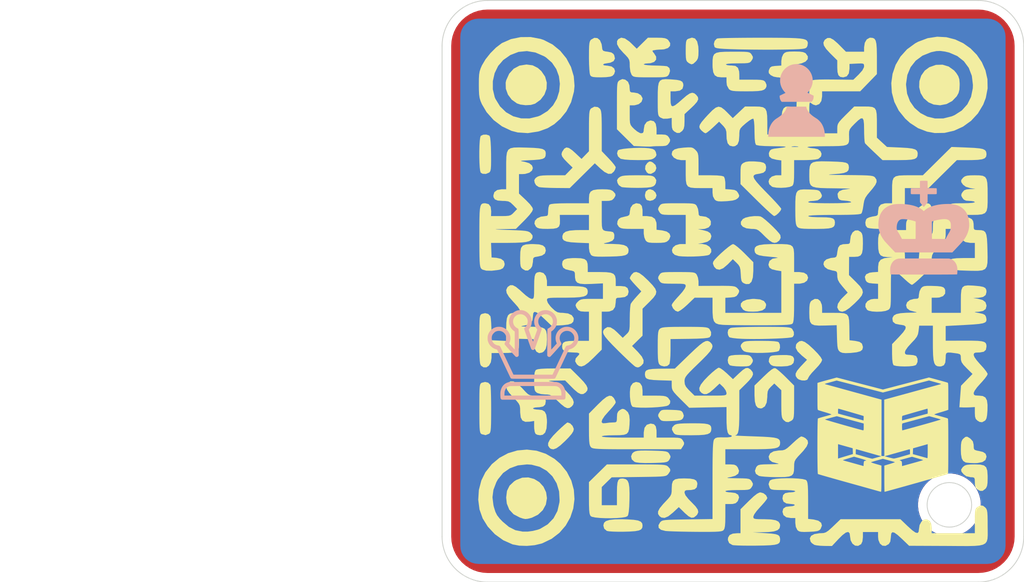
<source format=kicad_pcb>
(kicad_pcb (version 20241229) (generator "pcbnew") (generator_version "9.0")
  (layers (0 "F.Cu" signal) (2 "B.Cu" signal) (13 "F.Paste" user) (15 "B.Paste" user) (5 "F.SilkS" user "F.Silkscreen") (7 "B.SilkS" user "B.Silkscreen") (1 "F.Mask" user) (3 "B.Mask" user) (25 "Edge.Cuts" user))
  (net 0 "")
  (footprint "LOGO" (layer "F.Cu") (at 123.75 73.5)
    (property "Reference" "G***" (hide yes))
    (property "Value" "LOGO" (hide yes))
  )
  (footprint "LOGO" (layer "F.Cu") (at 115.5 65.5)
    (property "Reference" "G***" (hide yes))
    (property "Value" "LOGO" (hide yes))
  )
  (footprint "LOGO" (layer "B.Cu") (at 126 62 180)
    (property "Reference" "G***" (hide yes))
    (property "Value" "LOGO" (hide yes))
  )
  (footprint "LOGO" (layer "B.Cu") (at 119 55 180)
    (property "Reference" "G***" (hide yes))
    (property "Value" "LOGO" (hide yes))
  )
  (footprint "LOGO" (layer "B.Cu") (at 104.5 69 180)
    (property "Reference" "G***" (hide yes))
    (property "Value" "LOGO" (hide yes))
  )
  (gr_arc (start 131.5 79) (mid 130.767777 80.767777) (end 129 81.5) (stroke (width 0.05)) (layer "Edge.Cuts"))
  (gr_arc (start 99.5 52.000033) (mid 100.232231 50.232254) (end 102 49.5) (stroke (width 0.05)) (layer "Edge.Cuts"))
  (gr_line (start 129 49.5) (end 102 49.5) (stroke (width 0.05)) (layer "Edge.Cuts"))
  (gr_line (start 102.00004 81.5) (end 129 81.5) (stroke (width 0.05)) (layer "Edge.Cuts"))
  (gr_arc (start 129 49.5) (mid 130.7678 50.232219) (end 131.5 52) (stroke (width 0.05)) (layer "Edge.Cuts"))
  (gr_line (start 131.5 79) (end 131.5 51.9999) (stroke (width 0.05)) (layer "Edge.Cuts"))
  (gr_arc (start 102 81.5) (mid 100.232266 80.767753) (end 99.5 79) (stroke (width 0.05)) (layer "Edge.Cuts"))
  (gr_circle (center 127.41 77.25) (end 127.91 78.368034) (stroke (width 0.05)) (fill no) (layer "Edge.Cuts"))
  (gr_line (start 99.5 52.000033) (end 99.5 78.99996) (stroke (width 0.05)) (layer "Edge.Cuts"))
  (zone (net 0) (net_name "") (layer "F.Cu") (priority 1) (connect_pads (clearance 0.5)) (min_thickness 0.25) (fill yes (thermal_gap 0.5) (thermal_bridge_width 0.5) (smoothing chamfer) (island_removal_mode 1) (island_area_min 10))
    (polygon (pts (xy 99.5 49.5) (xy 99.5 81.5) (xy 131.5 81.5) (xy 131.5 49.5)))
  )
  (zone (net 0) (net_name "") (layer "B.Cu") (connect_pads (clearance 0.5)) (min_thickness 0.25) (fill yes (thermal_gap 0.5) (thermal_bridge_width 0.5) (smoothing fillet) (radius 1) (island_removal_mode 1) (island_area_min 10))
    (polygon (pts (xy 100.5 50.5) (xy 100.5 80.5) (xy 130.5 80.5) (xy 130.5 50.5)))
  )
)
</source>
